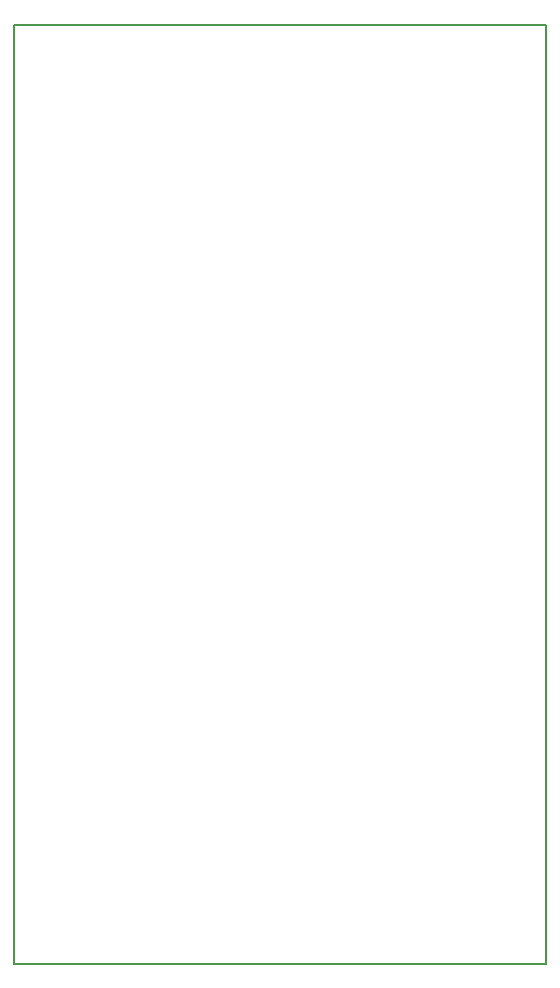
<source format=gm1>
G04 #@! TF.FileFunction,Profile,NP*
%FSLAX46Y46*%
G04 Gerber Fmt 4.6, Leading zero omitted, Abs format (unit mm)*
G04 Created by KiCad (PCBNEW 4.0.1-stable) date 25.01.2016 0:45:01*
%MOMM*%
G01*
G04 APERTURE LIST*
%ADD10C,0.100000*%
%ADD11C,0.150000*%
G04 APERTURE END LIST*
D10*
D11*
X137000000Y-19500000D02*
X137000000Y-54000000D01*
X92000000Y-19500000D02*
X137000000Y-19500000D01*
X92000000Y-54000000D02*
X92000000Y-19500000D01*
X92000000Y-99000000D02*
X92000000Y-54000000D01*
X137000000Y-99000000D02*
X92000000Y-99000000D01*
X137000000Y-54000000D02*
X137000000Y-99000000D01*
M02*

</source>
